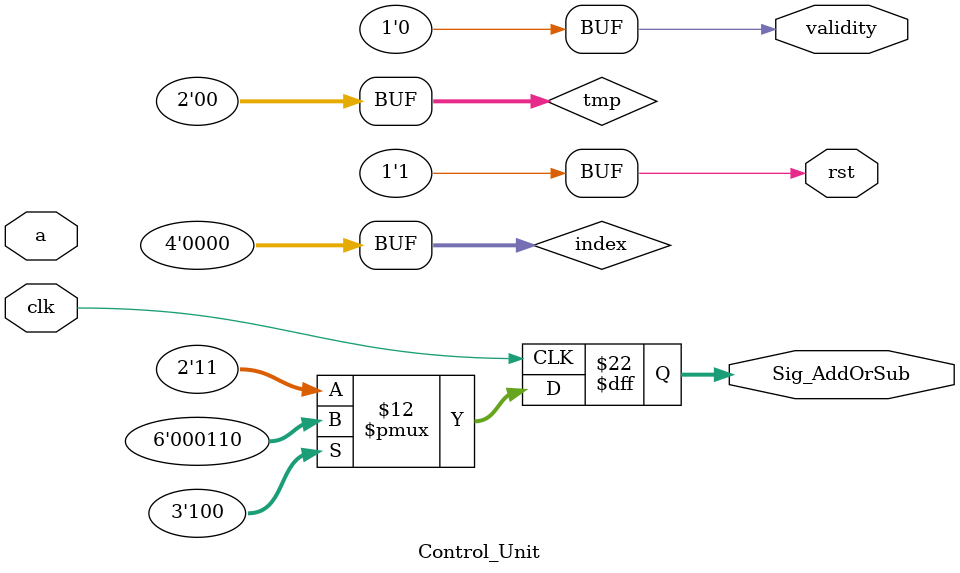
<source format=v>
`timescale 1ns / 1ps

module Control_Unit(
	input clk,
	input signed [15:0] a,
	output reg [1:0] Sig_AddOrSub,
	output reg rst,
	output validity
    );
		
	reg [3:0] index = 0;
	reg [1:0] tmp;	
	
	always @ (a)
	begin
		index <= 0;
		tmp <= 0;
		rst <= 1;
	end
	
	always @ (posedge clk)
	begin
		if (rst) begin
			tmp <= {a[index], 0};
			rst <= 0;
		end
		else 
			tmp <= {a[index + 1], a[index]};
			
		case (tmp)
			2'b00 : Sig_AddOrSub <= 2'b00;			// Nothing to do
			2'b01 : Sig_AddOrSub <= 2'b01;			// Add
			2'b10 : Sig_AddOrSub <= 2'b10;       	// Sub
			default : Sig_AddOrSub <= 2'b11;			// Nothing to do
		endcase
		index <= index + 1;
	
	end
	
	assign validity = index == 15 ? 1 : 0;

endmodule
</source>
